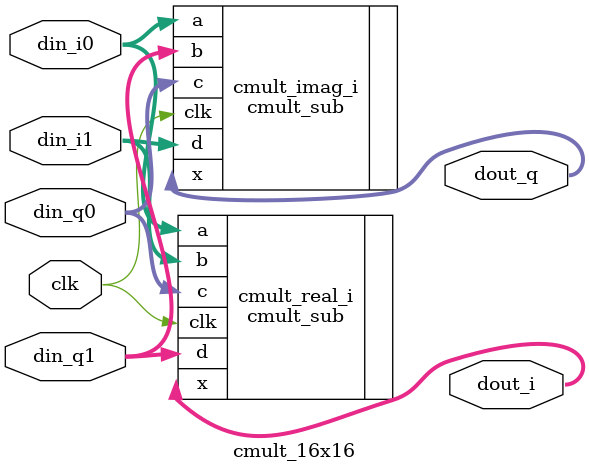
<source format=v>
module cmult_16x16
	(
		input	wire			clk		,
		input	wire	[15:0]	din_i0	,
		input	wire	[15:0]	din_q0	,
		input	wire	[15:0]	din_i1	,
		input	wire	[15:0]	din_q1	,
		output	wire	[31:0]	dout_i	,
		output	wire	[31:0]	dout_q
	);

/****************/
/* Architecture */
/****************/

// Real part.
cmult_sub
	#(
		.op("sub")
	)
	cmult_real_i
	(
		.clk	(clk	),
		.a	(din_i0	),
		.b	(din_i1	),
		.c	(din_q0	),
		.d	(din_q1	),
		.x	(dout_i	)
	);

// Imaginary part.
cmult_sub
	#(
		.op("add")
	)
	cmult_imag_i
	(
		.clk	(clk	),
		.a	(din_i0	),
		.b	(din_q1	),
		.c	(din_q0	),
		.d	(din_i1	),
		.x	(dout_q	)
	);

endmodule

</source>
